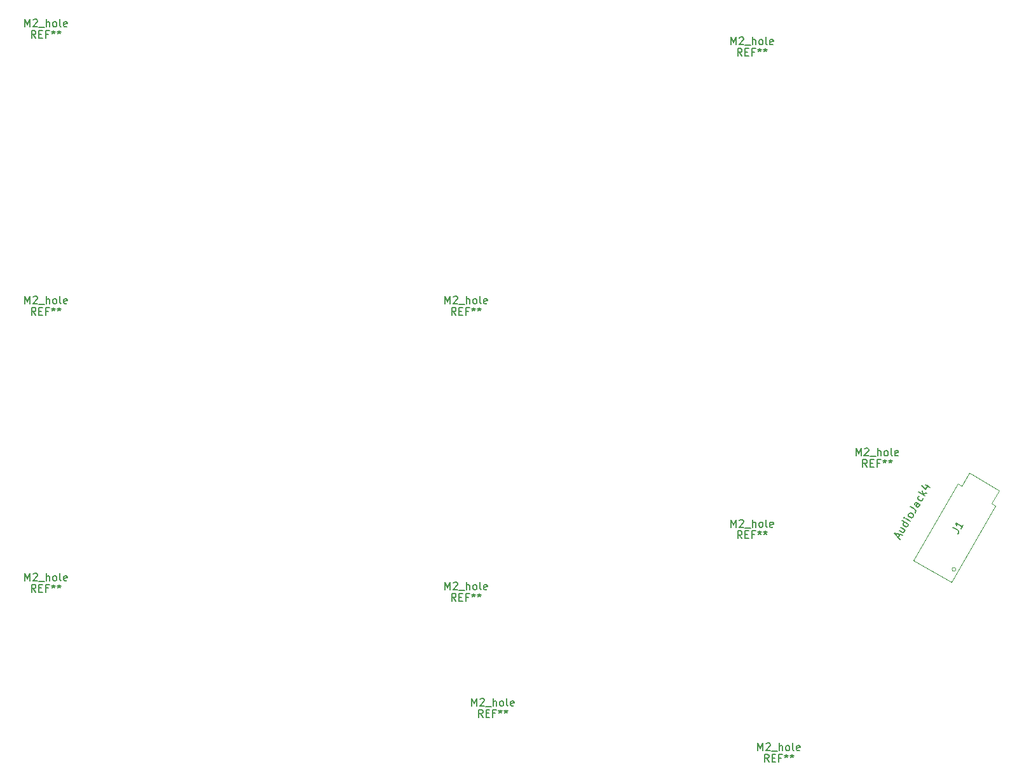
<source format=gbr>
G04 #@! TF.GenerationSoftware,KiCad,Pcbnew,8.0.4*
G04 #@! TF.CreationDate,2024-09-10T03:21:52+03:00*
G04 #@! TF.ProjectId,silakka54,73696c61-6b6b-4613-9534-2e6b69636164,rev?*
G04 #@! TF.SameCoordinates,Original*
G04 #@! TF.FileFunction,AssemblyDrawing,Top*
%FSLAX46Y46*%
G04 Gerber Fmt 4.6, Leading zero omitted, Abs format (unit mm)*
G04 Created by KiCad (PCBNEW 8.0.4) date 2024-09-10 03:21:52*
%MOMM*%
%LPD*%
G01*
G04 APERTURE LIST*
%ADD10C,0.150000*%
%ADD11C,0.100000*%
%ADD12C,0.120000*%
G04 APERTURE END LIST*
D10*
X29361160Y-107420444D02*
X29361160Y-106420444D01*
X29361160Y-106420444D02*
X29694493Y-107134729D01*
X29694493Y-107134729D02*
X30027826Y-106420444D01*
X30027826Y-106420444D02*
X30027826Y-107420444D01*
X30456398Y-106515682D02*
X30504017Y-106468063D01*
X30504017Y-106468063D02*
X30599255Y-106420444D01*
X30599255Y-106420444D02*
X30837350Y-106420444D01*
X30837350Y-106420444D02*
X30932588Y-106468063D01*
X30932588Y-106468063D02*
X30980207Y-106515682D01*
X30980207Y-106515682D02*
X31027826Y-106610920D01*
X31027826Y-106610920D02*
X31027826Y-106706158D01*
X31027826Y-106706158D02*
X30980207Y-106849015D01*
X30980207Y-106849015D02*
X30408779Y-107420444D01*
X30408779Y-107420444D02*
X31027826Y-107420444D01*
X31218303Y-107515682D02*
X31980207Y-107515682D01*
X32218303Y-107420444D02*
X32218303Y-106420444D01*
X32646874Y-107420444D02*
X32646874Y-106896634D01*
X32646874Y-106896634D02*
X32599255Y-106801396D01*
X32599255Y-106801396D02*
X32504017Y-106753777D01*
X32504017Y-106753777D02*
X32361160Y-106753777D01*
X32361160Y-106753777D02*
X32265922Y-106801396D01*
X32265922Y-106801396D02*
X32218303Y-106849015D01*
X33265922Y-107420444D02*
X33170684Y-107372825D01*
X33170684Y-107372825D02*
X33123065Y-107325205D01*
X33123065Y-107325205D02*
X33075446Y-107229967D01*
X33075446Y-107229967D02*
X33075446Y-106944253D01*
X33075446Y-106944253D02*
X33123065Y-106849015D01*
X33123065Y-106849015D02*
X33170684Y-106801396D01*
X33170684Y-106801396D02*
X33265922Y-106753777D01*
X33265922Y-106753777D02*
X33408779Y-106753777D01*
X33408779Y-106753777D02*
X33504017Y-106801396D01*
X33504017Y-106801396D02*
X33551636Y-106849015D01*
X33551636Y-106849015D02*
X33599255Y-106944253D01*
X33599255Y-106944253D02*
X33599255Y-107229967D01*
X33599255Y-107229967D02*
X33551636Y-107325205D01*
X33551636Y-107325205D02*
X33504017Y-107372825D01*
X33504017Y-107372825D02*
X33408779Y-107420444D01*
X33408779Y-107420444D02*
X33265922Y-107420444D01*
X34170684Y-107420444D02*
X34075446Y-107372825D01*
X34075446Y-107372825D02*
X34027827Y-107277586D01*
X34027827Y-107277586D02*
X34027827Y-106420444D01*
X34932589Y-107372825D02*
X34837351Y-107420444D01*
X34837351Y-107420444D02*
X34646875Y-107420444D01*
X34646875Y-107420444D02*
X34551637Y-107372825D01*
X34551637Y-107372825D02*
X34504018Y-107277586D01*
X34504018Y-107277586D02*
X34504018Y-106896634D01*
X34504018Y-106896634D02*
X34551637Y-106801396D01*
X34551637Y-106801396D02*
X34646875Y-106753777D01*
X34646875Y-106753777D02*
X34837351Y-106753777D01*
X34837351Y-106753777D02*
X34932589Y-106801396D01*
X34932589Y-106801396D02*
X34980208Y-106896634D01*
X34980208Y-106896634D02*
X34980208Y-106991872D01*
X34980208Y-106991872D02*
X34504018Y-107087110D01*
X30813541Y-108920444D02*
X30480208Y-108444253D01*
X30242113Y-108920444D02*
X30242113Y-107920444D01*
X30242113Y-107920444D02*
X30623065Y-107920444D01*
X30623065Y-107920444D02*
X30718303Y-107968063D01*
X30718303Y-107968063D02*
X30765922Y-108015682D01*
X30765922Y-108015682D02*
X30813541Y-108110920D01*
X30813541Y-108110920D02*
X30813541Y-108253777D01*
X30813541Y-108253777D02*
X30765922Y-108349015D01*
X30765922Y-108349015D02*
X30718303Y-108396634D01*
X30718303Y-108396634D02*
X30623065Y-108444253D01*
X30623065Y-108444253D02*
X30242113Y-108444253D01*
X31242113Y-108396634D02*
X31575446Y-108396634D01*
X31718303Y-108920444D02*
X31242113Y-108920444D01*
X31242113Y-108920444D02*
X31242113Y-107920444D01*
X31242113Y-107920444D02*
X31718303Y-107920444D01*
X32480208Y-108396634D02*
X32146875Y-108396634D01*
X32146875Y-108920444D02*
X32146875Y-107920444D01*
X32146875Y-107920444D02*
X32623065Y-107920444D01*
X33146875Y-107920444D02*
X33146875Y-108158539D01*
X32908780Y-108063301D02*
X33146875Y-108158539D01*
X33146875Y-108158539D02*
X33384970Y-108063301D01*
X33004018Y-108349015D02*
X33146875Y-108158539D01*
X33146875Y-108158539D02*
X33289732Y-108349015D01*
X33908780Y-107920444D02*
X33908780Y-108158539D01*
X33670685Y-108063301D02*
X33908780Y-108158539D01*
X33908780Y-108158539D02*
X34146875Y-108063301D01*
X33765923Y-108349015D02*
X33908780Y-108158539D01*
X33908780Y-108158539D02*
X34051637Y-108349015D01*
X85320535Y-70511069D02*
X85320535Y-69511069D01*
X85320535Y-69511069D02*
X85653868Y-70225354D01*
X85653868Y-70225354D02*
X85987201Y-69511069D01*
X85987201Y-69511069D02*
X85987201Y-70511069D01*
X86415773Y-69606307D02*
X86463392Y-69558688D01*
X86463392Y-69558688D02*
X86558630Y-69511069D01*
X86558630Y-69511069D02*
X86796725Y-69511069D01*
X86796725Y-69511069D02*
X86891963Y-69558688D01*
X86891963Y-69558688D02*
X86939582Y-69606307D01*
X86939582Y-69606307D02*
X86987201Y-69701545D01*
X86987201Y-69701545D02*
X86987201Y-69796783D01*
X86987201Y-69796783D02*
X86939582Y-69939640D01*
X86939582Y-69939640D02*
X86368154Y-70511069D01*
X86368154Y-70511069D02*
X86987201Y-70511069D01*
X87177678Y-70606307D02*
X87939582Y-70606307D01*
X88177678Y-70511069D02*
X88177678Y-69511069D01*
X88606249Y-70511069D02*
X88606249Y-69987259D01*
X88606249Y-69987259D02*
X88558630Y-69892021D01*
X88558630Y-69892021D02*
X88463392Y-69844402D01*
X88463392Y-69844402D02*
X88320535Y-69844402D01*
X88320535Y-69844402D02*
X88225297Y-69892021D01*
X88225297Y-69892021D02*
X88177678Y-69939640D01*
X89225297Y-70511069D02*
X89130059Y-70463450D01*
X89130059Y-70463450D02*
X89082440Y-70415830D01*
X89082440Y-70415830D02*
X89034821Y-70320592D01*
X89034821Y-70320592D02*
X89034821Y-70034878D01*
X89034821Y-70034878D02*
X89082440Y-69939640D01*
X89082440Y-69939640D02*
X89130059Y-69892021D01*
X89130059Y-69892021D02*
X89225297Y-69844402D01*
X89225297Y-69844402D02*
X89368154Y-69844402D01*
X89368154Y-69844402D02*
X89463392Y-69892021D01*
X89463392Y-69892021D02*
X89511011Y-69939640D01*
X89511011Y-69939640D02*
X89558630Y-70034878D01*
X89558630Y-70034878D02*
X89558630Y-70320592D01*
X89558630Y-70320592D02*
X89511011Y-70415830D01*
X89511011Y-70415830D02*
X89463392Y-70463450D01*
X89463392Y-70463450D02*
X89368154Y-70511069D01*
X89368154Y-70511069D02*
X89225297Y-70511069D01*
X90130059Y-70511069D02*
X90034821Y-70463450D01*
X90034821Y-70463450D02*
X89987202Y-70368211D01*
X89987202Y-70368211D02*
X89987202Y-69511069D01*
X90891964Y-70463450D02*
X90796726Y-70511069D01*
X90796726Y-70511069D02*
X90606250Y-70511069D01*
X90606250Y-70511069D02*
X90511012Y-70463450D01*
X90511012Y-70463450D02*
X90463393Y-70368211D01*
X90463393Y-70368211D02*
X90463393Y-69987259D01*
X90463393Y-69987259D02*
X90511012Y-69892021D01*
X90511012Y-69892021D02*
X90606250Y-69844402D01*
X90606250Y-69844402D02*
X90796726Y-69844402D01*
X90796726Y-69844402D02*
X90891964Y-69892021D01*
X90891964Y-69892021D02*
X90939583Y-69987259D01*
X90939583Y-69987259D02*
X90939583Y-70082497D01*
X90939583Y-70082497D02*
X90463393Y-70177735D01*
X86772916Y-72011069D02*
X86439583Y-71534878D01*
X86201488Y-72011069D02*
X86201488Y-71011069D01*
X86201488Y-71011069D02*
X86582440Y-71011069D01*
X86582440Y-71011069D02*
X86677678Y-71058688D01*
X86677678Y-71058688D02*
X86725297Y-71106307D01*
X86725297Y-71106307D02*
X86772916Y-71201545D01*
X86772916Y-71201545D02*
X86772916Y-71344402D01*
X86772916Y-71344402D02*
X86725297Y-71439640D01*
X86725297Y-71439640D02*
X86677678Y-71487259D01*
X86677678Y-71487259D02*
X86582440Y-71534878D01*
X86582440Y-71534878D02*
X86201488Y-71534878D01*
X87201488Y-71487259D02*
X87534821Y-71487259D01*
X87677678Y-72011069D02*
X87201488Y-72011069D01*
X87201488Y-72011069D02*
X87201488Y-71011069D01*
X87201488Y-71011069D02*
X87677678Y-71011069D01*
X88439583Y-71487259D02*
X88106250Y-71487259D01*
X88106250Y-72011069D02*
X88106250Y-71011069D01*
X88106250Y-71011069D02*
X88582440Y-71011069D01*
X89106250Y-71011069D02*
X89106250Y-71249164D01*
X88868155Y-71153926D02*
X89106250Y-71249164D01*
X89106250Y-71249164D02*
X89344345Y-71153926D01*
X88963393Y-71439640D02*
X89106250Y-71249164D01*
X89106250Y-71249164D02*
X89249107Y-71439640D01*
X89868155Y-71011069D02*
X89868155Y-71249164D01*
X89630060Y-71153926D02*
X89868155Y-71249164D01*
X89868155Y-71249164D02*
X90106250Y-71153926D01*
X89725298Y-71439640D02*
X89868155Y-71249164D01*
X89868155Y-71249164D02*
X90011012Y-71439640D01*
X88892410Y-124089194D02*
X88892410Y-123089194D01*
X88892410Y-123089194D02*
X89225743Y-123803479D01*
X89225743Y-123803479D02*
X89559076Y-123089194D01*
X89559076Y-123089194D02*
X89559076Y-124089194D01*
X89987648Y-123184432D02*
X90035267Y-123136813D01*
X90035267Y-123136813D02*
X90130505Y-123089194D01*
X90130505Y-123089194D02*
X90368600Y-123089194D01*
X90368600Y-123089194D02*
X90463838Y-123136813D01*
X90463838Y-123136813D02*
X90511457Y-123184432D01*
X90511457Y-123184432D02*
X90559076Y-123279670D01*
X90559076Y-123279670D02*
X90559076Y-123374908D01*
X90559076Y-123374908D02*
X90511457Y-123517765D01*
X90511457Y-123517765D02*
X89940029Y-124089194D01*
X89940029Y-124089194D02*
X90559076Y-124089194D01*
X90749553Y-124184432D02*
X91511457Y-124184432D01*
X91749553Y-124089194D02*
X91749553Y-123089194D01*
X92178124Y-124089194D02*
X92178124Y-123565384D01*
X92178124Y-123565384D02*
X92130505Y-123470146D01*
X92130505Y-123470146D02*
X92035267Y-123422527D01*
X92035267Y-123422527D02*
X91892410Y-123422527D01*
X91892410Y-123422527D02*
X91797172Y-123470146D01*
X91797172Y-123470146D02*
X91749553Y-123517765D01*
X92797172Y-124089194D02*
X92701934Y-124041575D01*
X92701934Y-124041575D02*
X92654315Y-123993955D01*
X92654315Y-123993955D02*
X92606696Y-123898717D01*
X92606696Y-123898717D02*
X92606696Y-123613003D01*
X92606696Y-123613003D02*
X92654315Y-123517765D01*
X92654315Y-123517765D02*
X92701934Y-123470146D01*
X92701934Y-123470146D02*
X92797172Y-123422527D01*
X92797172Y-123422527D02*
X92940029Y-123422527D01*
X92940029Y-123422527D02*
X93035267Y-123470146D01*
X93035267Y-123470146D02*
X93082886Y-123517765D01*
X93082886Y-123517765D02*
X93130505Y-123613003D01*
X93130505Y-123613003D02*
X93130505Y-123898717D01*
X93130505Y-123898717D02*
X93082886Y-123993955D01*
X93082886Y-123993955D02*
X93035267Y-124041575D01*
X93035267Y-124041575D02*
X92940029Y-124089194D01*
X92940029Y-124089194D02*
X92797172Y-124089194D01*
X93701934Y-124089194D02*
X93606696Y-124041575D01*
X93606696Y-124041575D02*
X93559077Y-123946336D01*
X93559077Y-123946336D02*
X93559077Y-123089194D01*
X94463839Y-124041575D02*
X94368601Y-124089194D01*
X94368601Y-124089194D02*
X94178125Y-124089194D01*
X94178125Y-124089194D02*
X94082887Y-124041575D01*
X94082887Y-124041575D02*
X94035268Y-123946336D01*
X94035268Y-123946336D02*
X94035268Y-123565384D01*
X94035268Y-123565384D02*
X94082887Y-123470146D01*
X94082887Y-123470146D02*
X94178125Y-123422527D01*
X94178125Y-123422527D02*
X94368601Y-123422527D01*
X94368601Y-123422527D02*
X94463839Y-123470146D01*
X94463839Y-123470146D02*
X94511458Y-123565384D01*
X94511458Y-123565384D02*
X94511458Y-123660622D01*
X94511458Y-123660622D02*
X94035268Y-123755860D01*
X90344791Y-125589194D02*
X90011458Y-125113003D01*
X89773363Y-125589194D02*
X89773363Y-124589194D01*
X89773363Y-124589194D02*
X90154315Y-124589194D01*
X90154315Y-124589194D02*
X90249553Y-124636813D01*
X90249553Y-124636813D02*
X90297172Y-124684432D01*
X90297172Y-124684432D02*
X90344791Y-124779670D01*
X90344791Y-124779670D02*
X90344791Y-124922527D01*
X90344791Y-124922527D02*
X90297172Y-125017765D01*
X90297172Y-125017765D02*
X90249553Y-125065384D01*
X90249553Y-125065384D02*
X90154315Y-125113003D01*
X90154315Y-125113003D02*
X89773363Y-125113003D01*
X90773363Y-125065384D02*
X91106696Y-125065384D01*
X91249553Y-125589194D02*
X90773363Y-125589194D01*
X90773363Y-125589194D02*
X90773363Y-124589194D01*
X90773363Y-124589194D02*
X91249553Y-124589194D01*
X92011458Y-125065384D02*
X91678125Y-125065384D01*
X91678125Y-125589194D02*
X91678125Y-124589194D01*
X91678125Y-124589194D02*
X92154315Y-124589194D01*
X92678125Y-124589194D02*
X92678125Y-124827289D01*
X92440030Y-124732051D02*
X92678125Y-124827289D01*
X92678125Y-124827289D02*
X92916220Y-124732051D01*
X92535268Y-125017765D02*
X92678125Y-124827289D01*
X92678125Y-124827289D02*
X92820982Y-125017765D01*
X93440030Y-124589194D02*
X93440030Y-124827289D01*
X93201935Y-124732051D02*
X93440030Y-124827289D01*
X93440030Y-124827289D02*
X93678125Y-124732051D01*
X93297173Y-125017765D02*
X93440030Y-124827289D01*
X93440030Y-124827289D02*
X93582887Y-125017765D01*
X85320535Y-108611069D02*
X85320535Y-107611069D01*
X85320535Y-107611069D02*
X85653868Y-108325354D01*
X85653868Y-108325354D02*
X85987201Y-107611069D01*
X85987201Y-107611069D02*
X85987201Y-108611069D01*
X86415773Y-107706307D02*
X86463392Y-107658688D01*
X86463392Y-107658688D02*
X86558630Y-107611069D01*
X86558630Y-107611069D02*
X86796725Y-107611069D01*
X86796725Y-107611069D02*
X86891963Y-107658688D01*
X86891963Y-107658688D02*
X86939582Y-107706307D01*
X86939582Y-107706307D02*
X86987201Y-107801545D01*
X86987201Y-107801545D02*
X86987201Y-107896783D01*
X86987201Y-107896783D02*
X86939582Y-108039640D01*
X86939582Y-108039640D02*
X86368154Y-108611069D01*
X86368154Y-108611069D02*
X86987201Y-108611069D01*
X87177678Y-108706307D02*
X87939582Y-108706307D01*
X88177678Y-108611069D02*
X88177678Y-107611069D01*
X88606249Y-108611069D02*
X88606249Y-108087259D01*
X88606249Y-108087259D02*
X88558630Y-107992021D01*
X88558630Y-107992021D02*
X88463392Y-107944402D01*
X88463392Y-107944402D02*
X88320535Y-107944402D01*
X88320535Y-107944402D02*
X88225297Y-107992021D01*
X88225297Y-107992021D02*
X88177678Y-108039640D01*
X89225297Y-108611069D02*
X89130059Y-108563450D01*
X89130059Y-108563450D02*
X89082440Y-108515830D01*
X89082440Y-108515830D02*
X89034821Y-108420592D01*
X89034821Y-108420592D02*
X89034821Y-108134878D01*
X89034821Y-108134878D02*
X89082440Y-108039640D01*
X89082440Y-108039640D02*
X89130059Y-107992021D01*
X89130059Y-107992021D02*
X89225297Y-107944402D01*
X89225297Y-107944402D02*
X89368154Y-107944402D01*
X89368154Y-107944402D02*
X89463392Y-107992021D01*
X89463392Y-107992021D02*
X89511011Y-108039640D01*
X89511011Y-108039640D02*
X89558630Y-108134878D01*
X89558630Y-108134878D02*
X89558630Y-108420592D01*
X89558630Y-108420592D02*
X89511011Y-108515830D01*
X89511011Y-108515830D02*
X89463392Y-108563450D01*
X89463392Y-108563450D02*
X89368154Y-108611069D01*
X89368154Y-108611069D02*
X89225297Y-108611069D01*
X90130059Y-108611069D02*
X90034821Y-108563450D01*
X90034821Y-108563450D02*
X89987202Y-108468211D01*
X89987202Y-108468211D02*
X89987202Y-107611069D01*
X90891964Y-108563450D02*
X90796726Y-108611069D01*
X90796726Y-108611069D02*
X90606250Y-108611069D01*
X90606250Y-108611069D02*
X90511012Y-108563450D01*
X90511012Y-108563450D02*
X90463393Y-108468211D01*
X90463393Y-108468211D02*
X90463393Y-108087259D01*
X90463393Y-108087259D02*
X90511012Y-107992021D01*
X90511012Y-107992021D02*
X90606250Y-107944402D01*
X90606250Y-107944402D02*
X90796726Y-107944402D01*
X90796726Y-107944402D02*
X90891964Y-107992021D01*
X90891964Y-107992021D02*
X90939583Y-108087259D01*
X90939583Y-108087259D02*
X90939583Y-108182497D01*
X90939583Y-108182497D02*
X90463393Y-108277735D01*
X86772916Y-110111069D02*
X86439583Y-109634878D01*
X86201488Y-110111069D02*
X86201488Y-109111069D01*
X86201488Y-109111069D02*
X86582440Y-109111069D01*
X86582440Y-109111069D02*
X86677678Y-109158688D01*
X86677678Y-109158688D02*
X86725297Y-109206307D01*
X86725297Y-109206307D02*
X86772916Y-109301545D01*
X86772916Y-109301545D02*
X86772916Y-109444402D01*
X86772916Y-109444402D02*
X86725297Y-109539640D01*
X86725297Y-109539640D02*
X86677678Y-109587259D01*
X86677678Y-109587259D02*
X86582440Y-109634878D01*
X86582440Y-109634878D02*
X86201488Y-109634878D01*
X87201488Y-109587259D02*
X87534821Y-109587259D01*
X87677678Y-110111069D02*
X87201488Y-110111069D01*
X87201488Y-110111069D02*
X87201488Y-109111069D01*
X87201488Y-109111069D02*
X87677678Y-109111069D01*
X88439583Y-109587259D02*
X88106250Y-109587259D01*
X88106250Y-110111069D02*
X88106250Y-109111069D01*
X88106250Y-109111069D02*
X88582440Y-109111069D01*
X89106250Y-109111069D02*
X89106250Y-109349164D01*
X88868155Y-109253926D02*
X89106250Y-109349164D01*
X89106250Y-109349164D02*
X89344345Y-109253926D01*
X88963393Y-109539640D02*
X89106250Y-109349164D01*
X89106250Y-109349164D02*
X89249107Y-109539640D01*
X89868155Y-109111069D02*
X89868155Y-109349164D01*
X89630060Y-109253926D02*
X89868155Y-109349164D01*
X89868155Y-109349164D02*
X90106250Y-109253926D01*
X89725298Y-109539640D02*
X89868155Y-109349164D01*
X89868155Y-109349164D02*
X90011012Y-109539640D01*
X145694920Y-101672904D02*
X145933015Y-101260511D01*
X145894737Y-101898240D02*
X145195378Y-101109565D01*
X145195378Y-101109565D02*
X146228070Y-101320890D01*
X146031672Y-100327727D02*
X146609023Y-100661061D01*
X145817387Y-100698881D02*
X146271019Y-100960786D01*
X146271019Y-100960786D02*
X146377307Y-100967166D01*
X146377307Y-100967166D02*
X146466166Y-100908496D01*
X146466166Y-100908496D02*
X146537594Y-100784779D01*
X146537594Y-100784779D02*
X146543974Y-100678490D01*
X146543974Y-100678490D02*
X146526544Y-100613442D01*
X147061404Y-99877514D02*
X146195378Y-99377514D01*
X147020164Y-99853704D02*
X147013785Y-99959992D01*
X147013785Y-99959992D02*
X146918547Y-100124950D01*
X146918547Y-100124950D02*
X146829688Y-100183619D01*
X146829688Y-100183619D02*
X146764639Y-100201048D01*
X146764639Y-100201048D02*
X146658351Y-100194669D01*
X146658351Y-100194669D02*
X146410915Y-100051812D01*
X146410915Y-100051812D02*
X146352246Y-99962953D01*
X146352246Y-99962953D02*
X146334817Y-99897904D01*
X146334817Y-99897904D02*
X146341196Y-99791616D01*
X146341196Y-99791616D02*
X146436434Y-99626659D01*
X146436434Y-99626659D02*
X146525293Y-99567990D01*
X147299499Y-99465121D02*
X146722149Y-99131787D01*
X146433474Y-98965121D02*
X146450903Y-99030169D01*
X146450903Y-99030169D02*
X146515952Y-99012740D01*
X146515952Y-99012740D02*
X146498522Y-98947691D01*
X146498522Y-98947691D02*
X146433474Y-98965121D01*
X146433474Y-98965121D02*
X146515952Y-99012740D01*
X147609023Y-98929010D02*
X147520164Y-98987679D01*
X147520164Y-98987679D02*
X147455115Y-99005109D01*
X147455115Y-99005109D02*
X147348827Y-98998729D01*
X147348827Y-98998729D02*
X147101391Y-98855872D01*
X147101391Y-98855872D02*
X147042722Y-98767014D01*
X147042722Y-98767014D02*
X147025293Y-98701965D01*
X147025293Y-98701965D02*
X147031672Y-98595677D01*
X147031672Y-98595677D02*
X147103101Y-98471959D01*
X147103101Y-98471959D02*
X147191959Y-98413290D01*
X147191959Y-98413290D02*
X147257008Y-98395860D01*
X147257008Y-98395860D02*
X147363296Y-98402240D01*
X147363296Y-98402240D02*
X147610732Y-98545097D01*
X147610732Y-98545097D02*
X147669401Y-98633955D01*
X147669401Y-98633955D02*
X147686831Y-98699004D01*
X147686831Y-98699004D02*
X147680451Y-98805292D01*
X147680451Y-98805292D02*
X147609023Y-98929010D01*
X147266807Y-97521745D02*
X147885396Y-97878888D01*
X147885396Y-97878888D02*
X147985305Y-97991556D01*
X147985305Y-97991556D02*
X148020164Y-98121654D01*
X148020164Y-98121654D02*
X147989975Y-98269181D01*
X147989975Y-98269181D02*
X147942356Y-98351660D01*
X148585213Y-97238198D02*
X148131581Y-96976293D01*
X148131581Y-96976293D02*
X148025293Y-96969914D01*
X148025293Y-96969914D02*
X147936434Y-97028583D01*
X147936434Y-97028583D02*
X147841196Y-97193540D01*
X147841196Y-97193540D02*
X147834817Y-97299828D01*
X148543974Y-97214389D02*
X148537594Y-97320677D01*
X148537594Y-97320677D02*
X148418547Y-97526873D01*
X148418547Y-97526873D02*
X148329688Y-97585542D01*
X148329688Y-97585542D02*
X148223400Y-97579163D01*
X148223400Y-97579163D02*
X148140921Y-97531544D01*
X148140921Y-97531544D02*
X148082252Y-97442685D01*
X148082252Y-97442685D02*
X148088632Y-97336397D01*
X148088632Y-97336397D02*
X148207680Y-97130201D01*
X148207680Y-97130201D02*
X148214059Y-97023913D01*
X148996355Y-96430842D02*
X148989975Y-96537130D01*
X148989975Y-96537130D02*
X148894737Y-96702087D01*
X148894737Y-96702087D02*
X148805879Y-96760756D01*
X148805879Y-96760756D02*
X148740830Y-96778186D01*
X148740830Y-96778186D02*
X148634542Y-96771806D01*
X148634542Y-96771806D02*
X148387106Y-96628949D01*
X148387106Y-96628949D02*
X148328437Y-96540091D01*
X148328437Y-96540091D02*
X148311007Y-96475042D01*
X148311007Y-96475042D02*
X148317387Y-96368754D01*
X148317387Y-96368754D02*
X148412625Y-96203797D01*
X148412625Y-96203797D02*
X148501483Y-96145128D01*
X149251880Y-96083498D02*
X148385855Y-95583498D01*
X148969585Y-95810543D02*
X149442356Y-95753583D01*
X148865006Y-95420250D02*
X149004444Y-95940640D01*
X149293577Y-94677942D02*
X149870928Y-95011275D01*
X148844615Y-94693662D02*
X149344157Y-95257002D01*
X149344157Y-95257002D02*
X149653681Y-94720891D01*
X152982019Y-100322704D02*
X153600609Y-100679847D01*
X153600609Y-100679847D02*
X153700517Y-100792515D01*
X153700517Y-100792515D02*
X153735377Y-100922613D01*
X153735377Y-100922613D02*
X153705187Y-101070140D01*
X153705187Y-101070140D02*
X153657568Y-101152619D01*
X154348045Y-99956679D02*
X154062330Y-100451550D01*
X154205188Y-100204115D02*
X153339162Y-99704115D01*
X153339162Y-99704115D02*
X153415261Y-99858022D01*
X153415261Y-99858022D02*
X153450121Y-99988119D01*
X153450121Y-99988119D02*
X153443741Y-100094407D01*
X123420535Y-35982944D02*
X123420535Y-34982944D01*
X123420535Y-34982944D02*
X123753868Y-35697229D01*
X123753868Y-35697229D02*
X124087201Y-34982944D01*
X124087201Y-34982944D02*
X124087201Y-35982944D01*
X124515773Y-35078182D02*
X124563392Y-35030563D01*
X124563392Y-35030563D02*
X124658630Y-34982944D01*
X124658630Y-34982944D02*
X124896725Y-34982944D01*
X124896725Y-34982944D02*
X124991963Y-35030563D01*
X124991963Y-35030563D02*
X125039582Y-35078182D01*
X125039582Y-35078182D02*
X125087201Y-35173420D01*
X125087201Y-35173420D02*
X125087201Y-35268658D01*
X125087201Y-35268658D02*
X125039582Y-35411515D01*
X125039582Y-35411515D02*
X124468154Y-35982944D01*
X124468154Y-35982944D02*
X125087201Y-35982944D01*
X125277678Y-36078182D02*
X126039582Y-36078182D01*
X126277678Y-35982944D02*
X126277678Y-34982944D01*
X126706249Y-35982944D02*
X126706249Y-35459134D01*
X126706249Y-35459134D02*
X126658630Y-35363896D01*
X126658630Y-35363896D02*
X126563392Y-35316277D01*
X126563392Y-35316277D02*
X126420535Y-35316277D01*
X126420535Y-35316277D02*
X126325297Y-35363896D01*
X126325297Y-35363896D02*
X126277678Y-35411515D01*
X127325297Y-35982944D02*
X127230059Y-35935325D01*
X127230059Y-35935325D02*
X127182440Y-35887705D01*
X127182440Y-35887705D02*
X127134821Y-35792467D01*
X127134821Y-35792467D02*
X127134821Y-35506753D01*
X127134821Y-35506753D02*
X127182440Y-35411515D01*
X127182440Y-35411515D02*
X127230059Y-35363896D01*
X127230059Y-35363896D02*
X127325297Y-35316277D01*
X127325297Y-35316277D02*
X127468154Y-35316277D01*
X127468154Y-35316277D02*
X127563392Y-35363896D01*
X127563392Y-35363896D02*
X127611011Y-35411515D01*
X127611011Y-35411515D02*
X127658630Y-35506753D01*
X127658630Y-35506753D02*
X127658630Y-35792467D01*
X127658630Y-35792467D02*
X127611011Y-35887705D01*
X127611011Y-35887705D02*
X127563392Y-35935325D01*
X127563392Y-35935325D02*
X127468154Y-35982944D01*
X127468154Y-35982944D02*
X127325297Y-35982944D01*
X128230059Y-35982944D02*
X128134821Y-35935325D01*
X128134821Y-35935325D02*
X128087202Y-35840086D01*
X128087202Y-35840086D02*
X128087202Y-34982944D01*
X128991964Y-35935325D02*
X128896726Y-35982944D01*
X128896726Y-35982944D02*
X128706250Y-35982944D01*
X128706250Y-35982944D02*
X128611012Y-35935325D01*
X128611012Y-35935325D02*
X128563393Y-35840086D01*
X128563393Y-35840086D02*
X128563393Y-35459134D01*
X128563393Y-35459134D02*
X128611012Y-35363896D01*
X128611012Y-35363896D02*
X128706250Y-35316277D01*
X128706250Y-35316277D02*
X128896726Y-35316277D01*
X128896726Y-35316277D02*
X128991964Y-35363896D01*
X128991964Y-35363896D02*
X129039583Y-35459134D01*
X129039583Y-35459134D02*
X129039583Y-35554372D01*
X129039583Y-35554372D02*
X128563393Y-35649610D01*
X124872916Y-37482944D02*
X124539583Y-37006753D01*
X124301488Y-37482944D02*
X124301488Y-36482944D01*
X124301488Y-36482944D02*
X124682440Y-36482944D01*
X124682440Y-36482944D02*
X124777678Y-36530563D01*
X124777678Y-36530563D02*
X124825297Y-36578182D01*
X124825297Y-36578182D02*
X124872916Y-36673420D01*
X124872916Y-36673420D02*
X124872916Y-36816277D01*
X124872916Y-36816277D02*
X124825297Y-36911515D01*
X124825297Y-36911515D02*
X124777678Y-36959134D01*
X124777678Y-36959134D02*
X124682440Y-37006753D01*
X124682440Y-37006753D02*
X124301488Y-37006753D01*
X125301488Y-36959134D02*
X125634821Y-36959134D01*
X125777678Y-37482944D02*
X125301488Y-37482944D01*
X125301488Y-37482944D02*
X125301488Y-36482944D01*
X125301488Y-36482944D02*
X125777678Y-36482944D01*
X126539583Y-36959134D02*
X126206250Y-36959134D01*
X126206250Y-37482944D02*
X126206250Y-36482944D01*
X126206250Y-36482944D02*
X126682440Y-36482944D01*
X127206250Y-36482944D02*
X127206250Y-36721039D01*
X126968155Y-36625801D02*
X127206250Y-36721039D01*
X127206250Y-36721039D02*
X127444345Y-36625801D01*
X127063393Y-36911515D02*
X127206250Y-36721039D01*
X127206250Y-36721039D02*
X127349107Y-36911515D01*
X127968155Y-36482944D02*
X127968155Y-36721039D01*
X127730060Y-36625801D02*
X127968155Y-36721039D01*
X127968155Y-36721039D02*
X128206250Y-36625801D01*
X127825298Y-36911515D02*
X127968155Y-36721039D01*
X127968155Y-36721039D02*
X128111012Y-36911515D01*
X140089285Y-90751694D02*
X140089285Y-89751694D01*
X140089285Y-89751694D02*
X140422618Y-90465979D01*
X140422618Y-90465979D02*
X140755951Y-89751694D01*
X140755951Y-89751694D02*
X140755951Y-90751694D01*
X141184523Y-89846932D02*
X141232142Y-89799313D01*
X141232142Y-89799313D02*
X141327380Y-89751694D01*
X141327380Y-89751694D02*
X141565475Y-89751694D01*
X141565475Y-89751694D02*
X141660713Y-89799313D01*
X141660713Y-89799313D02*
X141708332Y-89846932D01*
X141708332Y-89846932D02*
X141755951Y-89942170D01*
X141755951Y-89942170D02*
X141755951Y-90037408D01*
X141755951Y-90037408D02*
X141708332Y-90180265D01*
X141708332Y-90180265D02*
X141136904Y-90751694D01*
X141136904Y-90751694D02*
X141755951Y-90751694D01*
X141946428Y-90846932D02*
X142708332Y-90846932D01*
X142946428Y-90751694D02*
X142946428Y-89751694D01*
X143374999Y-90751694D02*
X143374999Y-90227884D01*
X143374999Y-90227884D02*
X143327380Y-90132646D01*
X143327380Y-90132646D02*
X143232142Y-90085027D01*
X143232142Y-90085027D02*
X143089285Y-90085027D01*
X143089285Y-90085027D02*
X142994047Y-90132646D01*
X142994047Y-90132646D02*
X142946428Y-90180265D01*
X143994047Y-90751694D02*
X143898809Y-90704075D01*
X143898809Y-90704075D02*
X143851190Y-90656455D01*
X143851190Y-90656455D02*
X143803571Y-90561217D01*
X143803571Y-90561217D02*
X143803571Y-90275503D01*
X143803571Y-90275503D02*
X143851190Y-90180265D01*
X143851190Y-90180265D02*
X143898809Y-90132646D01*
X143898809Y-90132646D02*
X143994047Y-90085027D01*
X143994047Y-90085027D02*
X144136904Y-90085027D01*
X144136904Y-90085027D02*
X144232142Y-90132646D01*
X144232142Y-90132646D02*
X144279761Y-90180265D01*
X144279761Y-90180265D02*
X144327380Y-90275503D01*
X144327380Y-90275503D02*
X144327380Y-90561217D01*
X144327380Y-90561217D02*
X144279761Y-90656455D01*
X144279761Y-90656455D02*
X144232142Y-90704075D01*
X144232142Y-90704075D02*
X144136904Y-90751694D01*
X144136904Y-90751694D02*
X143994047Y-90751694D01*
X144898809Y-90751694D02*
X144803571Y-90704075D01*
X144803571Y-90704075D02*
X144755952Y-90608836D01*
X144755952Y-90608836D02*
X144755952Y-89751694D01*
X145660714Y-90704075D02*
X145565476Y-90751694D01*
X145565476Y-90751694D02*
X145375000Y-90751694D01*
X145375000Y-90751694D02*
X145279762Y-90704075D01*
X145279762Y-90704075D02*
X145232143Y-90608836D01*
X145232143Y-90608836D02*
X145232143Y-90227884D01*
X145232143Y-90227884D02*
X145279762Y-90132646D01*
X145279762Y-90132646D02*
X145375000Y-90085027D01*
X145375000Y-90085027D02*
X145565476Y-90085027D01*
X145565476Y-90085027D02*
X145660714Y-90132646D01*
X145660714Y-90132646D02*
X145708333Y-90227884D01*
X145708333Y-90227884D02*
X145708333Y-90323122D01*
X145708333Y-90323122D02*
X145232143Y-90418360D01*
X141541666Y-92251694D02*
X141208333Y-91775503D01*
X140970238Y-92251694D02*
X140970238Y-91251694D01*
X140970238Y-91251694D02*
X141351190Y-91251694D01*
X141351190Y-91251694D02*
X141446428Y-91299313D01*
X141446428Y-91299313D02*
X141494047Y-91346932D01*
X141494047Y-91346932D02*
X141541666Y-91442170D01*
X141541666Y-91442170D02*
X141541666Y-91585027D01*
X141541666Y-91585027D02*
X141494047Y-91680265D01*
X141494047Y-91680265D02*
X141446428Y-91727884D01*
X141446428Y-91727884D02*
X141351190Y-91775503D01*
X141351190Y-91775503D02*
X140970238Y-91775503D01*
X141970238Y-91727884D02*
X142303571Y-91727884D01*
X142446428Y-92251694D02*
X141970238Y-92251694D01*
X141970238Y-92251694D02*
X141970238Y-91251694D01*
X141970238Y-91251694D02*
X142446428Y-91251694D01*
X143208333Y-91727884D02*
X142875000Y-91727884D01*
X142875000Y-92251694D02*
X142875000Y-91251694D01*
X142875000Y-91251694D02*
X143351190Y-91251694D01*
X143875000Y-91251694D02*
X143875000Y-91489789D01*
X143636905Y-91394551D02*
X143875000Y-91489789D01*
X143875000Y-91489789D02*
X144113095Y-91394551D01*
X143732143Y-91680265D02*
X143875000Y-91489789D01*
X143875000Y-91489789D02*
X144017857Y-91680265D01*
X144636905Y-91251694D02*
X144636905Y-91489789D01*
X144398810Y-91394551D02*
X144636905Y-91489789D01*
X144636905Y-91489789D02*
X144875000Y-91394551D01*
X144494048Y-91680265D02*
X144636905Y-91489789D01*
X144636905Y-91489789D02*
X144779762Y-91680265D01*
X123420535Y-100276694D02*
X123420535Y-99276694D01*
X123420535Y-99276694D02*
X123753868Y-99990979D01*
X123753868Y-99990979D02*
X124087201Y-99276694D01*
X124087201Y-99276694D02*
X124087201Y-100276694D01*
X124515773Y-99371932D02*
X124563392Y-99324313D01*
X124563392Y-99324313D02*
X124658630Y-99276694D01*
X124658630Y-99276694D02*
X124896725Y-99276694D01*
X124896725Y-99276694D02*
X124991963Y-99324313D01*
X124991963Y-99324313D02*
X125039582Y-99371932D01*
X125039582Y-99371932D02*
X125087201Y-99467170D01*
X125087201Y-99467170D02*
X125087201Y-99562408D01*
X125087201Y-99562408D02*
X125039582Y-99705265D01*
X125039582Y-99705265D02*
X124468154Y-100276694D01*
X124468154Y-100276694D02*
X125087201Y-100276694D01*
X125277678Y-100371932D02*
X126039582Y-100371932D01*
X126277678Y-100276694D02*
X126277678Y-99276694D01*
X126706249Y-100276694D02*
X126706249Y-99752884D01*
X126706249Y-99752884D02*
X126658630Y-99657646D01*
X126658630Y-99657646D02*
X126563392Y-99610027D01*
X126563392Y-99610027D02*
X126420535Y-99610027D01*
X126420535Y-99610027D02*
X126325297Y-99657646D01*
X126325297Y-99657646D02*
X126277678Y-99705265D01*
X127325297Y-100276694D02*
X127230059Y-100229075D01*
X127230059Y-100229075D02*
X127182440Y-100181455D01*
X127182440Y-100181455D02*
X127134821Y-100086217D01*
X127134821Y-100086217D02*
X127134821Y-99800503D01*
X127134821Y-99800503D02*
X127182440Y-99705265D01*
X127182440Y-99705265D02*
X127230059Y-99657646D01*
X127230059Y-99657646D02*
X127325297Y-99610027D01*
X127325297Y-99610027D02*
X127468154Y-99610027D01*
X127468154Y-99610027D02*
X127563392Y-99657646D01*
X127563392Y-99657646D02*
X127611011Y-99705265D01*
X127611011Y-99705265D02*
X127658630Y-99800503D01*
X127658630Y-99800503D02*
X127658630Y-100086217D01*
X127658630Y-100086217D02*
X127611011Y-100181455D01*
X127611011Y-100181455D02*
X127563392Y-100229075D01*
X127563392Y-100229075D02*
X127468154Y-100276694D01*
X127468154Y-100276694D02*
X127325297Y-100276694D01*
X128230059Y-100276694D02*
X128134821Y-100229075D01*
X128134821Y-100229075D02*
X128087202Y-100133836D01*
X128087202Y-100133836D02*
X128087202Y-99276694D01*
X128991964Y-100229075D02*
X128896726Y-100276694D01*
X128896726Y-100276694D02*
X128706250Y-100276694D01*
X128706250Y-100276694D02*
X128611012Y-100229075D01*
X128611012Y-100229075D02*
X128563393Y-100133836D01*
X128563393Y-100133836D02*
X128563393Y-99752884D01*
X128563393Y-99752884D02*
X128611012Y-99657646D01*
X128611012Y-99657646D02*
X128706250Y-99610027D01*
X128706250Y-99610027D02*
X128896726Y-99610027D01*
X128896726Y-99610027D02*
X128991964Y-99657646D01*
X128991964Y-99657646D02*
X129039583Y-99752884D01*
X129039583Y-99752884D02*
X129039583Y-99848122D01*
X129039583Y-99848122D02*
X128563393Y-99943360D01*
X124872916Y-101776694D02*
X124539583Y-101300503D01*
X124301488Y-101776694D02*
X124301488Y-100776694D01*
X124301488Y-100776694D02*
X124682440Y-100776694D01*
X124682440Y-100776694D02*
X124777678Y-100824313D01*
X124777678Y-100824313D02*
X124825297Y-100871932D01*
X124825297Y-100871932D02*
X124872916Y-100967170D01*
X124872916Y-100967170D02*
X124872916Y-101110027D01*
X124872916Y-101110027D02*
X124825297Y-101205265D01*
X124825297Y-101205265D02*
X124777678Y-101252884D01*
X124777678Y-101252884D02*
X124682440Y-101300503D01*
X124682440Y-101300503D02*
X124301488Y-101300503D01*
X125301488Y-101252884D02*
X125634821Y-101252884D01*
X125777678Y-101776694D02*
X125301488Y-101776694D01*
X125301488Y-101776694D02*
X125301488Y-100776694D01*
X125301488Y-100776694D02*
X125777678Y-100776694D01*
X126539583Y-101252884D02*
X126206250Y-101252884D01*
X126206250Y-101776694D02*
X126206250Y-100776694D01*
X126206250Y-100776694D02*
X126682440Y-100776694D01*
X127206250Y-100776694D02*
X127206250Y-101014789D01*
X126968155Y-100919551D02*
X127206250Y-101014789D01*
X127206250Y-101014789D02*
X127444345Y-100919551D01*
X127063393Y-101205265D02*
X127206250Y-101014789D01*
X127206250Y-101014789D02*
X127349107Y-101205265D01*
X127968155Y-100776694D02*
X127968155Y-101014789D01*
X127730060Y-100919551D02*
X127968155Y-101014789D01*
X127968155Y-101014789D02*
X128206250Y-100919551D01*
X127825298Y-101205265D02*
X127968155Y-101014789D01*
X127968155Y-101014789D02*
X128111012Y-101205265D01*
X29361160Y-70511069D02*
X29361160Y-69511069D01*
X29361160Y-69511069D02*
X29694493Y-70225354D01*
X29694493Y-70225354D02*
X30027826Y-69511069D01*
X30027826Y-69511069D02*
X30027826Y-70511069D01*
X30456398Y-69606307D02*
X30504017Y-69558688D01*
X30504017Y-69558688D02*
X30599255Y-69511069D01*
X30599255Y-69511069D02*
X30837350Y-69511069D01*
X30837350Y-69511069D02*
X30932588Y-69558688D01*
X30932588Y-69558688D02*
X30980207Y-69606307D01*
X30980207Y-69606307D02*
X31027826Y-69701545D01*
X31027826Y-69701545D02*
X31027826Y-69796783D01*
X31027826Y-69796783D02*
X30980207Y-69939640D01*
X30980207Y-69939640D02*
X30408779Y-70511069D01*
X30408779Y-70511069D02*
X31027826Y-70511069D01*
X31218303Y-70606307D02*
X31980207Y-70606307D01*
X32218303Y-70511069D02*
X32218303Y-69511069D01*
X32646874Y-70511069D02*
X32646874Y-69987259D01*
X32646874Y-69987259D02*
X32599255Y-69892021D01*
X32599255Y-69892021D02*
X32504017Y-69844402D01*
X32504017Y-69844402D02*
X32361160Y-69844402D01*
X32361160Y-69844402D02*
X32265922Y-69892021D01*
X32265922Y-69892021D02*
X32218303Y-69939640D01*
X33265922Y-70511069D02*
X33170684Y-70463450D01*
X33170684Y-70463450D02*
X33123065Y-70415830D01*
X33123065Y-70415830D02*
X33075446Y-70320592D01*
X33075446Y-70320592D02*
X33075446Y-70034878D01*
X33075446Y-70034878D02*
X33123065Y-69939640D01*
X33123065Y-69939640D02*
X33170684Y-69892021D01*
X33170684Y-69892021D02*
X33265922Y-69844402D01*
X33265922Y-69844402D02*
X33408779Y-69844402D01*
X33408779Y-69844402D02*
X33504017Y-69892021D01*
X33504017Y-69892021D02*
X33551636Y-69939640D01*
X33551636Y-69939640D02*
X33599255Y-70034878D01*
X33599255Y-70034878D02*
X33599255Y-70320592D01*
X33599255Y-70320592D02*
X33551636Y-70415830D01*
X33551636Y-70415830D02*
X33504017Y-70463450D01*
X33504017Y-70463450D02*
X33408779Y-70511069D01*
X33408779Y-70511069D02*
X33265922Y-70511069D01*
X34170684Y-70511069D02*
X34075446Y-70463450D01*
X34075446Y-70463450D02*
X34027827Y-70368211D01*
X34027827Y-70368211D02*
X34027827Y-69511069D01*
X34932589Y-70463450D02*
X34837351Y-70511069D01*
X34837351Y-70511069D02*
X34646875Y-70511069D01*
X34646875Y-70511069D02*
X34551637Y-70463450D01*
X34551637Y-70463450D02*
X34504018Y-70368211D01*
X34504018Y-70368211D02*
X34504018Y-69987259D01*
X34504018Y-69987259D02*
X34551637Y-69892021D01*
X34551637Y-69892021D02*
X34646875Y-69844402D01*
X34646875Y-69844402D02*
X34837351Y-69844402D01*
X34837351Y-69844402D02*
X34932589Y-69892021D01*
X34932589Y-69892021D02*
X34980208Y-69987259D01*
X34980208Y-69987259D02*
X34980208Y-70082497D01*
X34980208Y-70082497D02*
X34504018Y-70177735D01*
X30813541Y-72011069D02*
X30480208Y-71534878D01*
X30242113Y-72011069D02*
X30242113Y-71011069D01*
X30242113Y-71011069D02*
X30623065Y-71011069D01*
X30623065Y-71011069D02*
X30718303Y-71058688D01*
X30718303Y-71058688D02*
X30765922Y-71106307D01*
X30765922Y-71106307D02*
X30813541Y-71201545D01*
X30813541Y-71201545D02*
X30813541Y-71344402D01*
X30813541Y-71344402D02*
X30765922Y-71439640D01*
X30765922Y-71439640D02*
X30718303Y-71487259D01*
X30718303Y-71487259D02*
X30623065Y-71534878D01*
X30623065Y-71534878D02*
X30242113Y-71534878D01*
X31242113Y-71487259D02*
X31575446Y-71487259D01*
X31718303Y-72011069D02*
X31242113Y-72011069D01*
X31242113Y-72011069D02*
X31242113Y-71011069D01*
X31242113Y-71011069D02*
X31718303Y-71011069D01*
X32480208Y-71487259D02*
X32146875Y-71487259D01*
X32146875Y-72011069D02*
X32146875Y-71011069D01*
X32146875Y-71011069D02*
X32623065Y-71011069D01*
X33146875Y-71011069D02*
X33146875Y-71249164D01*
X32908780Y-71153926D02*
X33146875Y-71249164D01*
X33146875Y-71249164D02*
X33384970Y-71153926D01*
X33004018Y-71439640D02*
X33146875Y-71249164D01*
X33146875Y-71249164D02*
X33289732Y-71439640D01*
X33908780Y-71011069D02*
X33908780Y-71249164D01*
X33670685Y-71153926D02*
X33908780Y-71249164D01*
X33908780Y-71249164D02*
X34146875Y-71153926D01*
X33765923Y-71439640D02*
X33908780Y-71249164D01*
X33908780Y-71249164D02*
X34051637Y-71439640D01*
X126992410Y-130042319D02*
X126992410Y-129042319D01*
X126992410Y-129042319D02*
X127325743Y-129756604D01*
X127325743Y-129756604D02*
X127659076Y-129042319D01*
X127659076Y-129042319D02*
X127659076Y-130042319D01*
X128087648Y-129137557D02*
X128135267Y-129089938D01*
X128135267Y-129089938D02*
X128230505Y-129042319D01*
X128230505Y-129042319D02*
X128468600Y-129042319D01*
X128468600Y-129042319D02*
X128563838Y-129089938D01*
X128563838Y-129089938D02*
X128611457Y-129137557D01*
X128611457Y-129137557D02*
X128659076Y-129232795D01*
X128659076Y-129232795D02*
X128659076Y-129328033D01*
X128659076Y-129328033D02*
X128611457Y-129470890D01*
X128611457Y-129470890D02*
X128040029Y-130042319D01*
X128040029Y-130042319D02*
X128659076Y-130042319D01*
X128849553Y-130137557D02*
X129611457Y-130137557D01*
X129849553Y-130042319D02*
X129849553Y-129042319D01*
X130278124Y-130042319D02*
X130278124Y-129518509D01*
X130278124Y-129518509D02*
X130230505Y-129423271D01*
X130230505Y-129423271D02*
X130135267Y-129375652D01*
X130135267Y-129375652D02*
X129992410Y-129375652D01*
X129992410Y-129375652D02*
X129897172Y-129423271D01*
X129897172Y-129423271D02*
X129849553Y-129470890D01*
X130897172Y-130042319D02*
X130801934Y-129994700D01*
X130801934Y-129994700D02*
X130754315Y-129947080D01*
X130754315Y-129947080D02*
X130706696Y-129851842D01*
X130706696Y-129851842D02*
X130706696Y-129566128D01*
X130706696Y-129566128D02*
X130754315Y-129470890D01*
X130754315Y-129470890D02*
X130801934Y-129423271D01*
X130801934Y-129423271D02*
X130897172Y-129375652D01*
X130897172Y-129375652D02*
X131040029Y-129375652D01*
X131040029Y-129375652D02*
X131135267Y-129423271D01*
X131135267Y-129423271D02*
X131182886Y-129470890D01*
X131182886Y-129470890D02*
X131230505Y-129566128D01*
X131230505Y-129566128D02*
X131230505Y-129851842D01*
X131230505Y-129851842D02*
X131182886Y-129947080D01*
X131182886Y-129947080D02*
X131135267Y-129994700D01*
X131135267Y-129994700D02*
X131040029Y-130042319D01*
X131040029Y-130042319D02*
X130897172Y-130042319D01*
X131801934Y-130042319D02*
X131706696Y-129994700D01*
X131706696Y-129994700D02*
X131659077Y-129899461D01*
X131659077Y-129899461D02*
X131659077Y-129042319D01*
X132563839Y-129994700D02*
X132468601Y-130042319D01*
X132468601Y-130042319D02*
X132278125Y-130042319D01*
X132278125Y-130042319D02*
X132182887Y-129994700D01*
X132182887Y-129994700D02*
X132135268Y-129899461D01*
X132135268Y-129899461D02*
X132135268Y-129518509D01*
X132135268Y-129518509D02*
X132182887Y-129423271D01*
X132182887Y-129423271D02*
X132278125Y-129375652D01*
X132278125Y-129375652D02*
X132468601Y-129375652D01*
X132468601Y-129375652D02*
X132563839Y-129423271D01*
X132563839Y-129423271D02*
X132611458Y-129518509D01*
X132611458Y-129518509D02*
X132611458Y-129613747D01*
X132611458Y-129613747D02*
X132135268Y-129708985D01*
X128444791Y-131542319D02*
X128111458Y-131066128D01*
X127873363Y-131542319D02*
X127873363Y-130542319D01*
X127873363Y-130542319D02*
X128254315Y-130542319D01*
X128254315Y-130542319D02*
X128349553Y-130589938D01*
X128349553Y-130589938D02*
X128397172Y-130637557D01*
X128397172Y-130637557D02*
X128444791Y-130732795D01*
X128444791Y-130732795D02*
X128444791Y-130875652D01*
X128444791Y-130875652D02*
X128397172Y-130970890D01*
X128397172Y-130970890D02*
X128349553Y-131018509D01*
X128349553Y-131018509D02*
X128254315Y-131066128D01*
X128254315Y-131066128D02*
X127873363Y-131066128D01*
X128873363Y-131018509D02*
X129206696Y-131018509D01*
X129349553Y-131542319D02*
X128873363Y-131542319D01*
X128873363Y-131542319D02*
X128873363Y-130542319D01*
X128873363Y-130542319D02*
X129349553Y-130542319D01*
X130111458Y-131018509D02*
X129778125Y-131018509D01*
X129778125Y-131542319D02*
X129778125Y-130542319D01*
X129778125Y-130542319D02*
X130254315Y-130542319D01*
X130778125Y-130542319D02*
X130778125Y-130780414D01*
X130540030Y-130685176D02*
X130778125Y-130780414D01*
X130778125Y-130780414D02*
X131016220Y-130685176D01*
X130635268Y-130970890D02*
X130778125Y-130780414D01*
X130778125Y-130780414D02*
X130920982Y-130970890D01*
X131540030Y-130542319D02*
X131540030Y-130780414D01*
X131301935Y-130685176D02*
X131540030Y-130780414D01*
X131540030Y-130780414D02*
X131778125Y-130685176D01*
X131397173Y-130970890D02*
X131540030Y-130780414D01*
X131540030Y-130780414D02*
X131682887Y-130970890D01*
X29361160Y-33601694D02*
X29361160Y-32601694D01*
X29361160Y-32601694D02*
X29694493Y-33315979D01*
X29694493Y-33315979D02*
X30027826Y-32601694D01*
X30027826Y-32601694D02*
X30027826Y-33601694D01*
X30456398Y-32696932D02*
X30504017Y-32649313D01*
X30504017Y-32649313D02*
X30599255Y-32601694D01*
X30599255Y-32601694D02*
X30837350Y-32601694D01*
X30837350Y-32601694D02*
X30932588Y-32649313D01*
X30932588Y-32649313D02*
X30980207Y-32696932D01*
X30980207Y-32696932D02*
X31027826Y-32792170D01*
X31027826Y-32792170D02*
X31027826Y-32887408D01*
X31027826Y-32887408D02*
X30980207Y-33030265D01*
X30980207Y-33030265D02*
X30408779Y-33601694D01*
X30408779Y-33601694D02*
X31027826Y-33601694D01*
X31218303Y-33696932D02*
X31980207Y-33696932D01*
X32218303Y-33601694D02*
X32218303Y-32601694D01*
X32646874Y-33601694D02*
X32646874Y-33077884D01*
X32646874Y-33077884D02*
X32599255Y-32982646D01*
X32599255Y-32982646D02*
X32504017Y-32935027D01*
X32504017Y-32935027D02*
X32361160Y-32935027D01*
X32361160Y-32935027D02*
X32265922Y-32982646D01*
X32265922Y-32982646D02*
X32218303Y-33030265D01*
X33265922Y-33601694D02*
X33170684Y-33554075D01*
X33170684Y-33554075D02*
X33123065Y-33506455D01*
X33123065Y-33506455D02*
X33075446Y-33411217D01*
X33075446Y-33411217D02*
X33075446Y-33125503D01*
X33075446Y-33125503D02*
X33123065Y-33030265D01*
X33123065Y-33030265D02*
X33170684Y-32982646D01*
X33170684Y-32982646D02*
X33265922Y-32935027D01*
X33265922Y-32935027D02*
X33408779Y-32935027D01*
X33408779Y-32935027D02*
X33504017Y-32982646D01*
X33504017Y-32982646D02*
X33551636Y-33030265D01*
X33551636Y-33030265D02*
X33599255Y-33125503D01*
X33599255Y-33125503D02*
X33599255Y-33411217D01*
X33599255Y-33411217D02*
X33551636Y-33506455D01*
X33551636Y-33506455D02*
X33504017Y-33554075D01*
X33504017Y-33554075D02*
X33408779Y-33601694D01*
X33408779Y-33601694D02*
X33265922Y-33601694D01*
X34170684Y-33601694D02*
X34075446Y-33554075D01*
X34075446Y-33554075D02*
X34027827Y-33458836D01*
X34027827Y-33458836D02*
X34027827Y-32601694D01*
X34932589Y-33554075D02*
X34837351Y-33601694D01*
X34837351Y-33601694D02*
X34646875Y-33601694D01*
X34646875Y-33601694D02*
X34551637Y-33554075D01*
X34551637Y-33554075D02*
X34504018Y-33458836D01*
X34504018Y-33458836D02*
X34504018Y-33077884D01*
X34504018Y-33077884D02*
X34551637Y-32982646D01*
X34551637Y-32982646D02*
X34646875Y-32935027D01*
X34646875Y-32935027D02*
X34837351Y-32935027D01*
X34837351Y-32935027D02*
X34932589Y-32982646D01*
X34932589Y-32982646D02*
X34980208Y-33077884D01*
X34980208Y-33077884D02*
X34980208Y-33173122D01*
X34980208Y-33173122D02*
X34504018Y-33268360D01*
X30813541Y-35101694D02*
X30480208Y-34625503D01*
X30242113Y-35101694D02*
X30242113Y-34101694D01*
X30242113Y-34101694D02*
X30623065Y-34101694D01*
X30623065Y-34101694D02*
X30718303Y-34149313D01*
X30718303Y-34149313D02*
X30765922Y-34196932D01*
X30765922Y-34196932D02*
X30813541Y-34292170D01*
X30813541Y-34292170D02*
X30813541Y-34435027D01*
X30813541Y-34435027D02*
X30765922Y-34530265D01*
X30765922Y-34530265D02*
X30718303Y-34577884D01*
X30718303Y-34577884D02*
X30623065Y-34625503D01*
X30623065Y-34625503D02*
X30242113Y-34625503D01*
X31242113Y-34577884D02*
X31575446Y-34577884D01*
X31718303Y-35101694D02*
X31242113Y-35101694D01*
X31242113Y-35101694D02*
X31242113Y-34101694D01*
X31242113Y-34101694D02*
X31718303Y-34101694D01*
X32480208Y-34577884D02*
X32146875Y-34577884D01*
X32146875Y-35101694D02*
X32146875Y-34101694D01*
X32146875Y-34101694D02*
X32623065Y-34101694D01*
X33146875Y-34101694D02*
X33146875Y-34339789D01*
X32908780Y-34244551D02*
X33146875Y-34339789D01*
X33146875Y-34339789D02*
X33384970Y-34244551D01*
X33004018Y-34530265D02*
X33146875Y-34339789D01*
X33146875Y-34339789D02*
X33289732Y-34530265D01*
X33908780Y-34101694D02*
X33908780Y-34339789D01*
X33670685Y-34244551D02*
X33908780Y-34339789D01*
X33908780Y-34339789D02*
X34146875Y-34244551D01*
X33765923Y-34530265D02*
X33908780Y-34339789D01*
X33908780Y-34339789D02*
X34051637Y-34530265D01*
D11*
G04 #@! TO.C,J1*
X147724354Y-104719610D02*
X153624353Y-94500513D01*
X152747304Y-107619613D02*
X147724354Y-104719610D01*
X153624353Y-94500513D02*
X154143971Y-94800514D01*
X154143971Y-94800514D02*
X155143968Y-93068463D01*
X155143968Y-93068463D02*
X159127686Y-95368464D01*
X158127686Y-97100513D02*
X158647302Y-97400510D01*
X158647302Y-97400510D02*
X152747304Y-107619613D01*
X159127686Y-95368464D02*
X158127686Y-97100513D01*
D12*
X153363441Y-105894022D02*
G75*
G02*
X152853537Y-105894022I-254952J0D01*
G01*
X152853537Y-105894022D02*
G75*
G02*
X153363441Y-105894022I254952J0D01*
G01*
G04 #@! TD*
M02*

</source>
